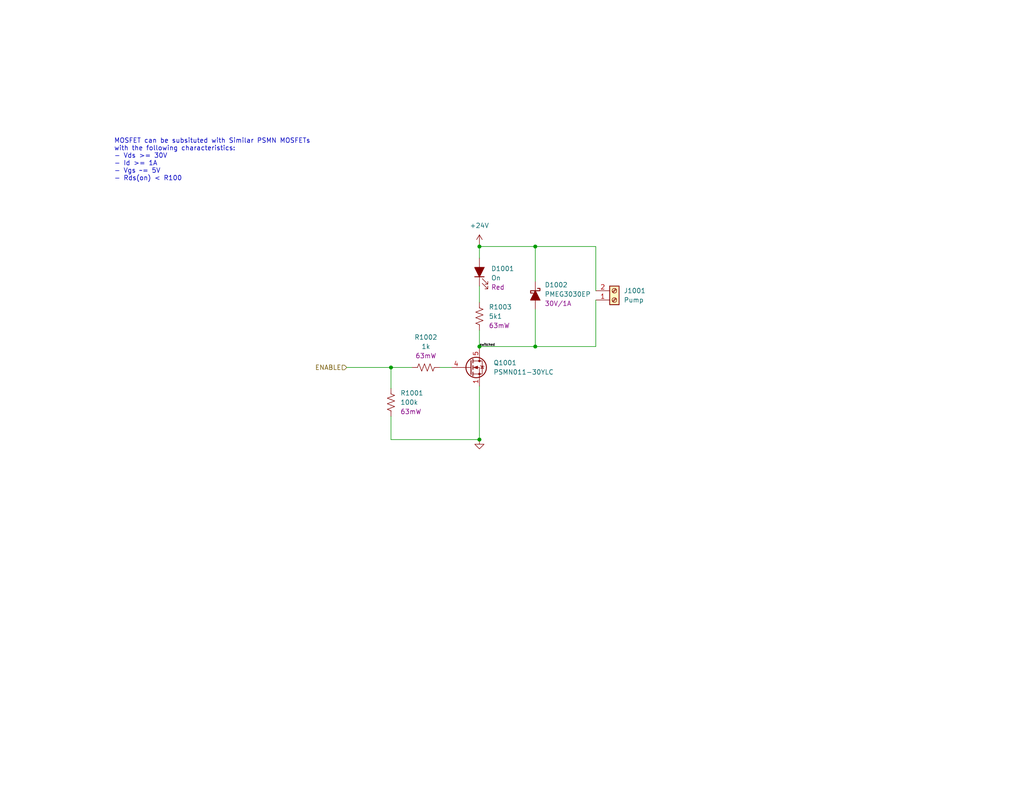
<source format=kicad_sch>
(kicad_sch (version 20211123) (generator eeschema)
  (paper "USLetter")
  (title_block (title "Starfish") (date "2022-09-10") (rev "v0") (company "Winterbloom") (comment 1 "Alethea Flowers") (comment 2 "CERN-OHL-P V2"))
  (lib_symbols
    (symbol "Connector:Screw_Terminal_01x02" (pin_names (offset 1.016) hide)
      (property "Reference" "J" (at 0 2.54 0))
      (property "Value" "Screw_Terminal_01x02" (at 0 -5.08 0))
      (symbol "Screw_Terminal_01x02_1_1"
        (rectangle (start -1.27 1.27) (end 1.27 -3.81) (stroke (width 0.254)) (fill (type background)))
        (circle (center 0 -2.54) (radius 0.635) (stroke (width 0.1524)))
        (polyline (pts (xy -0.5334 -2.2098) (xy 0.3302 -3.048)) (stroke (width 0.1524)))
        (polyline (pts (xy -0.5334 0.3302) (xy 0.3302 -0.508)) (stroke (width 0.1524)))
        (polyline (pts (xy -0.3556 -2.032) (xy 0.508 -2.8702)) (stroke (width 0.1524)))
        (polyline (pts (xy -0.3556 0.508) (xy 0.508 -0.3302)) (stroke (width 0.1524)))
        (circle (center 0 0) (radius 0.635) (stroke (width 0.1524)))
        (pin passive line (at -5.08 0 0) (length 3.81) (name "Pin_1") (number "1"))
        (pin passive line (at -5.08 -2.54 0) (length 3.81) (name "Pin_2") (number "2"))
      )
    )
    (symbol "Device:D_Schottky_Filled" (pin_numbers hide) (pin_names (offset 1.016) hide)
      (property "Reference" "D" (at 0 2.54 0))
      (property "Value" "D_Schottky_Filled" (at 0 -2.54 0))
      (symbol "D_Schottky_Filled_0_1"
        (polyline (pts (xy 1.27 0) (xy -1.27 0)))
        (polyline (pts (xy 1.27 1.27) (xy 1.27 -1.27) (xy -1.27 0) (xy 1.27 1.27)) (stroke (width 0.254)) (fill (type outline)))
        (polyline (pts (xy -1.905 0.635) (xy -1.905 1.27) (xy -1.27 1.27) (xy -1.27 -1.27) (xy -0.635 -1.27) (xy -0.635 -0.635)) (stroke (width 0.254)))
      )
      (symbol "D_Schottky_Filled_1_1"
        (pin passive line (at -3.81 0 0) (length 2.54) (name "K") (number "1"))
        (pin passive line (at 3.81 0 180) (length 2.54) (name "A") (number "2"))
      )
    )
    (symbol "Device:LED_Filled" (pin_numbers hide) (pin_names (offset 1.016) hide)
      (property "Reference" "D" (at 0 2.54 0))
      (property "Value" "LED_Filled" (at 0 -2.54 0))
      (symbol "LED_Filled_0_1"
        (polyline (pts (xy -1.27 -1.27) (xy -1.27 1.27)) (stroke (width 0.254)))
        (polyline (pts (xy -1.27 0) (xy 1.27 0)))
        (polyline (pts (xy 1.27 -1.27) (xy 1.27 1.27) (xy -1.27 0) (xy 1.27 -1.27)) (stroke (width 0.254)) (fill (type outline)))
        (polyline (pts (xy -3.048 -0.762) (xy -4.572 -2.286) (xy -3.81 -2.286) (xy -4.572 -2.286) (xy -4.572 -1.524)))
        (polyline (pts (xy -1.778 -0.762) (xy -3.302 -2.286) (xy -2.54 -2.286) (xy -3.302 -2.286) (xy -3.302 -1.524)))
      )
      (symbol "LED_Filled_1_1"
        (pin passive line (at -3.81 0 0) (length 2.54) (name "K") (number "1"))
        (pin passive line (at 3.81 0 180) (length 2.54) (name "A") (number "2"))
      )
    )
    (symbol "Device:R_US" (pin_numbers hide) (pin_names (offset 0))
      (property "Reference" "R" (at 2.54 0 90))
      (property "Value" "R_US" (at -2.54 0 90))
      (symbol "R_US_0_1"
        (polyline (pts (xy 0 -2.286) (xy 0 -2.54)))
        (polyline (pts (xy 0 2.286) (xy 0 2.54)))
        (polyline (pts (xy 0 -0.762) (xy 1.016 -1.143) (xy 0 -1.524) (xy -1.016 -1.905) (xy 0 -2.286)))
        (polyline (pts (xy 0 0.762) (xy 1.016 0.381) (xy 0 0) (xy -1.016 -0.381) (xy 0 -0.762)))
        (polyline (pts (xy 0 2.286) (xy 1.016 1.905) (xy 0 1.524) (xy -1.016 1.143) (xy 0 0.762)))
      )
      (symbol "R_US_1_1"
        (pin passive line (at 0 3.81 270) (length 1.27) (name "~") (number "1"))
        (pin passive line (at 0 -3.81 90) (length 1.27) (name "~") (number "2"))
      )
    )
    (symbol "Transistor_FET:PSMN5R2-60YL" (pin_names hide)
      (property "Reference" "Q" (at 6.35 2.54 0))
      (property "Value" "PSMN5R2-60YL" (at 12.7 0 0))
      (symbol "PSMN5R2-60YL_0_1"
        (polyline (pts (xy 0.254 0) (xy -2.54 0)))
        (polyline (pts (xy 0.254 1.905) (xy 0.254 -1.905)) (stroke (width 0.254)))
        (polyline (pts (xy 0.762 -1.27) (xy 0.762 -2.286)) (stroke (width 0.254)))
        (polyline (pts (xy 0.762 0.508) (xy 0.762 -0.508)) (stroke (width 0.254)))
        (polyline (pts (xy 0.762 2.286) (xy 0.762 1.27)) (stroke (width 0.254)))
        (polyline (pts (xy 2.54 2.54) (xy 2.54 1.778)))
        (polyline (pts (xy 2.54 -2.54) (xy 2.54 0) (xy 0.762 0)))
        (polyline (pts (xy 0.762 -1.778) (xy 3.302 -1.778) (xy 3.302 1.778) (xy 0.762 1.778)))
        (polyline (pts (xy 1.016 0) (xy 2.032 0.381) (xy 2.032 -0.381) (xy 1.016 0)) (fill (type outline)))
        (polyline (pts (xy 2.794 0.508) (xy 2.921 0.381) (xy 3.683 0.381) (xy 3.81 0.254)))
        (polyline (pts (xy 3.302 0.381) (xy 2.921 -0.254) (xy 3.683 -0.254) (xy 3.302 0.381)))
        (circle (center 1.651 0) (radius 2.794) (stroke (width 0.254)))
        (circle (center 2.54 -1.778) (radius 0.254) (fill (type outline)))
        (circle (center 2.54 1.778) (radius 0.254) (fill (type outline)))
      )
      (symbol "PSMN5R2-60YL_1_1"
        (pin passive line (at 2.54 -5.08 90) (length 2.54) (name "S") (number "1"))
        (pin passive line (at 2.54 -5.08 90) (length 2.54) hide (name "S") (number "2"))
        (pin passive line (at 2.54 -5.08 90) (length 2.54) hide (name "S") (number "3"))
        (pin passive line (at -5.08 0 0) (length 2.54) (name "G") (number "4"))
        (pin passive line (at 2.54 5.08 270) (length 2.54) (name "D") (number "5"))
      )
    )
    (symbol "power:+24V" (power) (pin_names (offset 0))
      (property "Value" "+24V" (at 0 3.556 0))
      (symbol "+24V_0_1"
        (polyline (pts (xy -0.762 1.27) (xy 0 2.54)))
        (polyline (pts (xy 0 0) (xy 0 2.54)))
        (polyline (pts (xy 0 2.54) (xy 0.762 1.27)))
      )
      (symbol "+24V_1_1"
        (pin power_in line (at 0 0 90) (length 0) hide (name "+24V") (number "1"))
      )
    )
    (symbol "power:GND" (power) (pin_names (offset 0))
      (property "Value" "GND" (at 0 -3.81 0))
      (symbol "GND_0_1"
        (polyline (pts (xy 0 0) (xy 0 -1.27) (xy 1.27 -1.27) (xy 0 -2.54) (xy -1.27 -1.27) (xy 0 -1.27)))
      )
      (symbol "GND_1_1"
        (pin power_in line (at 0 0 270) (length 0) hide (name "GND") (number "1"))
      )
    )
  )
  (junction (at 130.81 120.015))
  (junction (at 106.68 100.33))
  (junction (at 130.81 67.31))
  (junction (at 146.05 67.31))
  (junction (at 130.81 94.615))
  (junction (at 146.05 94.615))
  (wire (pts (xy 130.81 67.31) (xy 146.05 67.31)))
  (wire (pts (xy 120.015 100.33) (xy 123.19 100.33)))
  (wire (pts (xy 130.81 90.17) (xy 130.81 94.615)))
  (wire (pts (xy 146.05 67.31) (xy 146.05 76.835)))
  (wire (pts (xy 130.81 105.41) (xy 130.81 120.015)))
  (wire (pts (xy 130.81 94.615) (xy 146.05 94.615)))
  (wire (pts (xy 130.81 66.675) (xy 130.81 67.31)))
  (wire (pts (xy 162.56 67.31) (xy 162.56 79.375)))
  (wire (pts (xy 130.81 94.615) (xy 130.81 95.25)))
  (wire (pts (xy 106.68 113.665) (xy 106.68 120.015)))
  (wire (pts (xy 146.05 84.455) (xy 146.05 94.615)))
  (wire (pts (xy 106.68 100.33) (xy 106.68 106.045)))
  (wire (pts (xy 130.81 67.31) (xy 130.81 70.485)))
  (wire (pts (xy 106.68 120.015) (xy 130.81 120.015)))
  (wire (pts (xy 146.05 94.615) (xy 162.56 94.615)))
  (wire (pts (xy 94.615 100.33) (xy 106.68 100.33)))
  (wire (pts (xy 106.68 100.33) (xy 112.395 100.33)))
  (wire (pts (xy 162.56 81.915) (xy 162.56 94.615)))
  (wire (pts (xy 146.05 67.31) (xy 162.56 67.31)))
  (wire (pts (xy 130.81 78.105) (xy 130.81 82.55)))
  (text "MOSFET can be subsituted with Similar PSMN MOSFETs\nwith the following characteristics:\n- Vds >= 30V\n- Id >= 1A\n- Vgs ~= 5V\n- Rds(on) < R100" (at 31.115 49.53 0) (effects (font (size 1.27 1.27)) (justify left bottom)))
  (label "switched" (at 130.81 94.615 0) (effects (font (size 0.64 0.64))))
  (hierarchical_label "ENABLE" (shape input) (at 94.615 100.33 180))
  (symbol (lib_id "Device:LED_Filled") (at 130.81 74.295 90) (unit 1)
    (property "Reference" "D1001" (at 133.985 73.3424 90) (effects (justify right)))
    (property "Value" "On" (at 133.985 75.8824 90) (effects (justify right)))
    (property "Footprint" "winterbloom:LED_0805_Kingbright_APT2012" (effects hide))
    (property "mpn" "APT2012EC" (effects hide))
    (property "Rating" "Red" (at 133.985 78.4224 90) (effects (justify right)))
  )
  (symbol (lib_id "Device:R_US") (at 106.68 109.855 0) (unit 1)
    (property "Reference" "R1001" (at 109.22 107.3149 0) (effects (justify left)))
    (property "Value" "100k" (at 109.22 109.8549 0) (effects (justify left)))
    (property "Footprint" "winterbloom:R_0402_HandSolder" (effects hide))
    (property "Rating" "63mW" (at 109.22 112.3949 0) (effects (justify left)))
  )
  (symbol (lib_id "Device:D_Schottky_Filled") (at 146.05 80.645 270) (unit 1)
    (property "Reference" "D1002" (at 148.59 77.7874 90) (effects (justify left)))
    (property "Value" "PMEG3030EP" (at 148.59 80.3274 90) (effects (justify left)))
    (property "Footprint" "Diode_SMD:D_SOD-128" (effects hide))
    (property "Datasheet" "https://www.digikey.com/en/products/detail/nexperia-usa-inc/PMEG3030EP-115/2228693" (effects hide))
    (property "Rating" "30V/1A" (at 148.59 82.8674 90) (effects (justify left)))
  )
  (symbol (lib_id "Connector:Screw_Terminal_01x02") (at 167.64 81.915 0) (mirror x) (unit 1)
    (property "Reference" "J1001" (at 170.18 79.375 0) (effects (justify left)))
    (property "Value" "Pump" (at 170.18 81.915 0) (effects (justify left)))
    (property "Footprint" "winterbloom:TerminalBlock_4UCON_1x02_P3.50mm_Horizontal" (effects hide))
  )
  (symbol (lib_id "power:GND") (at 130.81 120.015 0) (unit 1)
    (property "Reference" "#PWR01002" (effects hide))
    (property "Value" "GND" (effects hide))
  )
  (symbol (lib_id "Device:R_US") (at 116.205 100.33 90) (unit 1)
    (property "Reference" "R1002" (at 116.205 92.075 90))
    (property "Value" "1k" (at 116.205 94.615 90))
    (property "Footprint" "winterbloom:R_0402_HandSolder" (effects hide))
    (property "Rating" "63mW" (at 116.205 97.155 90))
    (property "mpn" "RC0402JR-071KL" (effects hide))
  )
  (symbol (lib_id "Device:R_US") (at 130.81 86.36 0) (unit 1)
    (property "Reference" "R1003" (at 133.35 83.8199 0) (effects (justify left)))
    (property "Value" "5k1" (at 133.35 86.3599 0) (effects (justify left)))
    (property "Footprint" "winterbloom:R_0402_HandSolder" (effects hide))
    (property "mpn" "AC0603FR-075K1L" (effects hide))
    (property "Rating" "63mW" (at 133.35 88.8999 0) (effects (justify left)))
  )
  (symbol (lib_id "power:+24V") (at 130.81 66.675 0) (unit 1)
    (property "Reference" "#PWR01001" (effects hide))
    (property "Value" "+24V" (at 130.81 61.595 0))
  )
  (symbol (lib_id "Transistor_FET:PSMN5R2-60YL") (at 128.27 100.33 0) (unit 1)
    (property "Reference" "Q1001" (at 134.62 99.0599 0) (effects (justify left)))
    (property "Value" "PSMN011-30YLC" (at 134.62 101.5999 0) (effects (justify left)))
    (property "Footprint" "Package_TO_SOT_SMD:LFPAK56" (effects hide))
    (property "Datasheet" "https://assets.nexperia.com/documents/data-sheet/PSMN011-30YLC.pdf" (effects hide))
    (property "mpn" "PSMN011-30YLC" (effects hide))
  )
)
</source>
